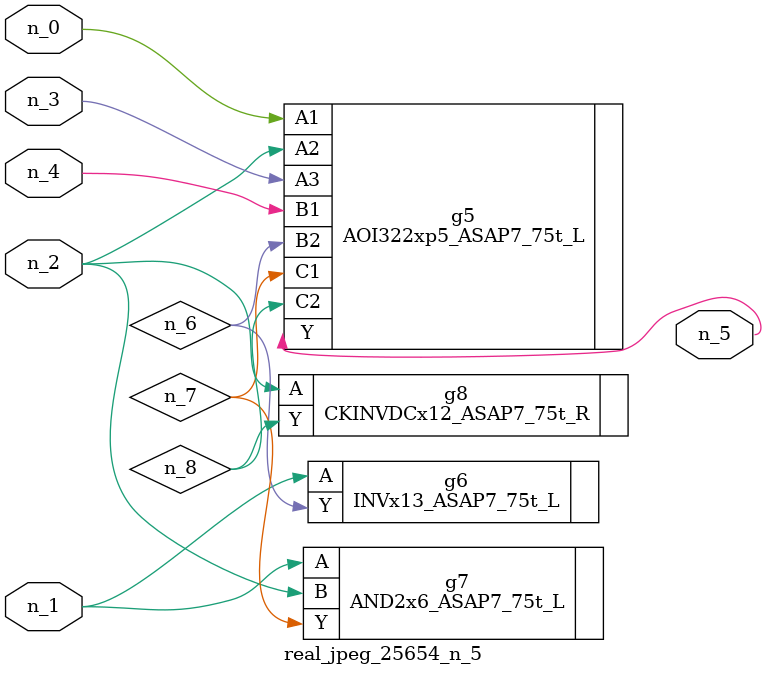
<source format=v>
module real_jpeg_25654_n_5 (n_4, n_0, n_1, n_2, n_3, n_5);

input n_4;
input n_0;
input n_1;
input n_2;
input n_3;

output n_5;

wire n_8;
wire n_6;
wire n_7;

AOI322xp5_ASAP7_75t_L g5 ( 
.A1(n_0),
.A2(n_2),
.A3(n_3),
.B1(n_4),
.B2(n_6),
.C1(n_7),
.C2(n_8),
.Y(n_5)
);

INVx13_ASAP7_75t_L g6 ( 
.A(n_1),
.Y(n_6)
);

AND2x6_ASAP7_75t_L g7 ( 
.A(n_1),
.B(n_2),
.Y(n_7)
);

CKINVDCx12_ASAP7_75t_R g8 ( 
.A(n_2),
.Y(n_8)
);


endmodule
</source>
